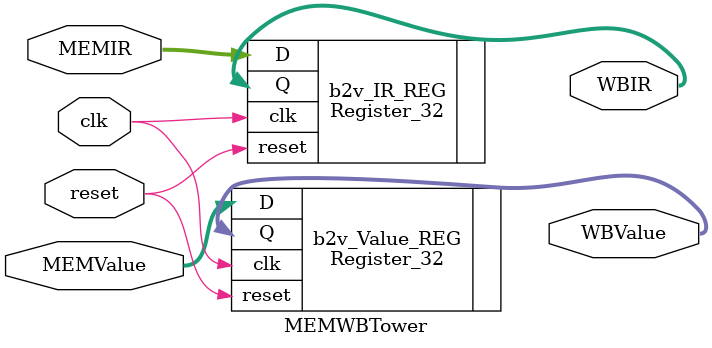
<source format=v>


module MEMWBTower(
	reset,
	clk,
	MEMIR,
	MEMValue,
	WBIR,
	WBValue
);


input wire	reset;
input wire	clk;
input wire	[31:0] MEMIR;
input wire	[31:0] MEMValue;
output wire	[31:0] WBIR;
output wire	[31:0] WBValue;






Register_32	b2v_IR_REG(
	.reset(reset),
	.clk(clk),
	.D(MEMIR),
	.Q(WBIR));


Register_32	b2v_Value_REG(
	.reset(reset),
	.clk(clk),
	.D(MEMValue),
	.Q(WBValue));


endmodule

</source>
